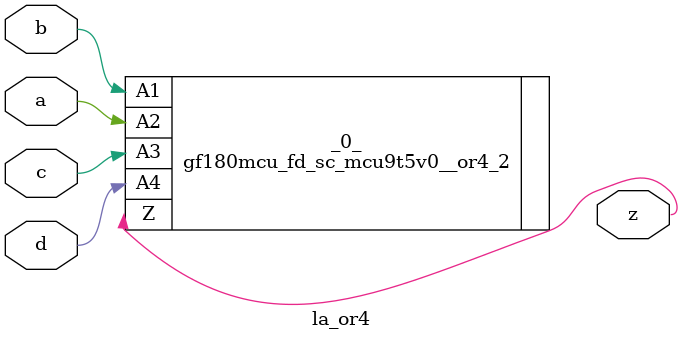
<source format=v>
/* Generated by Yosys 0.37 (git sha1 a5c7f69ed, clang 14.0.0-1ubuntu1.1 -fPIC -Os) */

module la_or4(a, b, c, d, z);
  input a;
  wire a;
  input b;
  wire b;
  input c;
  wire c;
  input d;
  wire d;
  output z;
  wire z;
  gf180mcu_fd_sc_mcu9t5v0__or4_2 _0_ (
    .A1(b),
    .A2(a),
    .A3(c),
    .A4(d),
    .Z(z)
  );
endmodule

</source>
